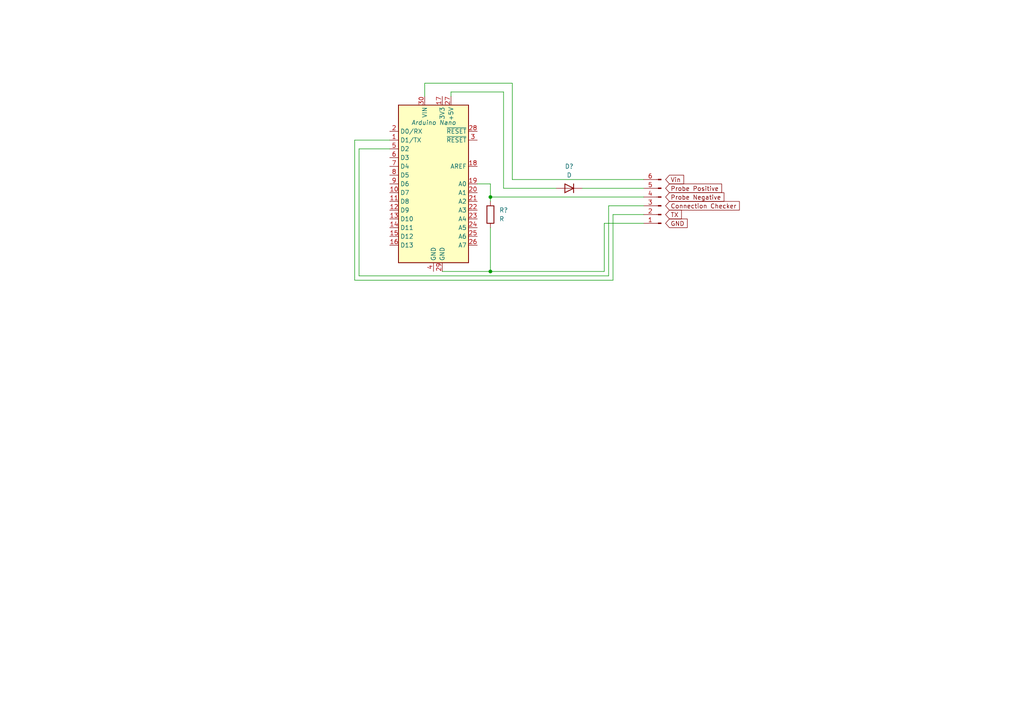
<source format=kicad_sch>
(kicad_sch (version 20211123) (generator eeschema)
  (paper "A4")
  (title_block (title "Ohm Meter Module") (date "2022-03-25") (company "Davor19") (comment 1 "Modo compatible module"))
  (lib_symbols
    (symbol "Connector:Conn_01x06_Male" (pin_names (offset 1.016) hide)
      (property "Reference" "J" (at 0 7.62 0))
      (property "Value" "Conn_01x06_Male" (at 0 -10.16 0))
      (symbol "Conn_01x06_Male_1_1"
        (polyline (pts (xy 1.27 -7.62) (xy 0.8636 -7.62)) (stroke (width 0.1524)))
        (polyline (pts (xy 1.27 -5.08) (xy 0.8636 -5.08)) (stroke (width 0.1524)))
        (polyline (pts (xy 1.27 -2.54) (xy 0.8636 -2.54)) (stroke (width 0.1524)))
        (polyline (pts (xy 1.27 0) (xy 0.8636 0)) (stroke (width 0.1524)))
        (polyline (pts (xy 1.27 2.54) (xy 0.8636 2.54)) (stroke (width 0.1524)))
        (polyline (pts (xy 1.27 5.08) (xy 0.8636 5.08)) (stroke (width 0.1524)))
        (rectangle (start 0.8636 -7.493) (end 0 -7.747) (stroke (width 0.1524)) (fill (type outline)))
        (rectangle (start 0.8636 -4.953) (end 0 -5.207) (stroke (width 0.1524)) (fill (type outline)))
        (rectangle (start 0.8636 -2.413) (end 0 -2.667) (stroke (width 0.1524)) (fill (type outline)))
        (rectangle (start 0.8636 0.127) (end 0 -0.127) (stroke (width 0.1524)) (fill (type outline)))
        (rectangle (start 0.8636 2.667) (end 0 2.413) (stroke (width 0.1524)) (fill (type outline)))
        (rectangle (start 0.8636 5.207) (end 0 4.953) (stroke (width 0.1524)) (fill (type outline)))
        (pin passive line (at 5.08 5.08 180) (length 3.81) (name "Pin_1") (number "1"))
        (pin passive line (at 5.08 2.54 180) (length 3.81) (name "Pin_2") (number "2"))
        (pin passive line (at 5.08 0 180) (length 3.81) (name "Pin_3") (number "3"))
        (pin passive line (at 5.08 -2.54 180) (length 3.81) (name "Pin_4") (number "4"))
        (pin passive line (at 5.08 -5.08 180) (length 3.81) (name "Pin_5") (number "5"))
        (pin passive line (at 5.08 -7.62 180) (length 3.81) (name "Pin_6") (number "6"))
      )
    )
    (symbol "Device:D" (pin_numbers hide) (pin_names (offset 1.016) hide)
      (property "Reference" "D" (at 0 2.54 0))
      (property "Value" "D" (at 0 -2.54 0))
      (symbol "D_0_1"
        (polyline (pts (xy -1.27 1.27) (xy -1.27 -1.27)) (stroke (width 0.254)))
        (polyline (pts (xy 1.27 0) (xy -1.27 0)))
        (polyline (pts (xy 1.27 1.27) (xy 1.27 -1.27) (xy -1.27 0) (xy 1.27 1.27)) (stroke (width 0.254)))
      )
      (symbol "D_1_1"
        (pin passive line (at -3.81 0 0) (length 2.54) (name "K") (number "1"))
        (pin passive line (at 3.81 0 180) (length 2.54) (name "A") (number "2"))
      )
    )
    (symbol "Device:R" (pin_numbers hide) (pin_names (offset 0))
      (property "Reference" "R" (at 2.032 0 90))
      (property "Value" "R" (at 0 0 90))
      (symbol "R_0_1"
        (rectangle (start -1.016 -2.54) (end 1.016 2.54) (stroke (width 0.254)))
      )
      (symbol "R_1_1"
        (pin passive line (at 0 3.81 270) (length 1.27) (name "~") (number "1"))
        (pin passive line (at 0 -3.81 90) (length 1.27) (name "~") (number "2"))
      )
    )
    (symbol "MCU_Module:Arduino_Nano_v3.x"
      (property "Reference" "A" (at -10.16 23.495 0))
      (property "Value" "Arduino_Nano_v3.x" (at 5.08 -24.13 0))
      (symbol "Arduino_Nano_v3.x_0_1"
        (rectangle (start -10.16 22.86) (end 10.16 -22.86) (stroke (width 0.254)) (fill (type background)))
      )
      (symbol "Arduino_Nano_v3.x_1_1"
        (pin bidirectional line (at -12.7 12.7 0) (length 2.54) (name "D1/TX") (number "1"))
        (pin bidirectional line (at -12.7 -2.54 0) (length 2.54) (name "D7") (number "10"))
        (pin bidirectional line (at -12.7 -5.08 0) (length 2.54) (name "D8") (number "11"))
        (pin bidirectional line (at -12.7 -7.62 0) (length 2.54) (name "D9") (number "12"))
        (pin bidirectional line (at -12.7 -10.16 0) (length 2.54) (name "D10") (number "13"))
        (pin bidirectional line (at -12.7 -12.7 0) (length 2.54) (name "D11") (number "14"))
        (pin bidirectional line (at -12.7 -15.24 0) (length 2.54) (name "D12") (number "15"))
        (pin bidirectional line (at -12.7 -17.78 0) (length 2.54) (name "D13") (number "16"))
        (pin power_out line (at 2.54 25.4 270) (length 2.54) (name "3V3") (number "17"))
        (pin input line (at 12.7 5.08 180) (length 2.54) (name "AREF") (number "18"))
        (pin bidirectional line (at 12.7 0 180) (length 2.54) (name "A0") (number "19"))
        (pin bidirectional line (at -12.7 15.24 0) (length 2.54) (name "D0/RX") (number "2"))
        (pin bidirectional line (at 12.7 -2.54 180) (length 2.54) (name "A1") (number "20"))
        (pin bidirectional line (at 12.7 -5.08 180) (length 2.54) (name "A2") (number "21"))
        (pin bidirectional line (at 12.7 -7.62 180) (length 2.54) (name "A3") (number "22"))
        (pin bidirectional line (at 12.7 -10.16 180) (length 2.54) (name "A4") (number "23"))
        (pin bidirectional line (at 12.7 -12.7 180) (length 2.54) (name "A5") (number "24"))
        (pin bidirectional line (at 12.7 -15.24 180) (length 2.54) (name "A6") (number "25"))
        (pin bidirectional line (at 12.7 -17.78 180) (length 2.54) (name "A7") (number "26"))
        (pin power_out line (at 5.08 25.4 270) (length 2.54) (name "+5V") (number "27"))
        (pin input line (at 12.7 15.24 180) (length 2.54) (name "~{RESET}") (number "28"))
        (pin power_in line (at 2.54 -25.4 90) (length 2.54) (name "GND") (number "29"))
        (pin input line (at 12.7 12.7 180) (length 2.54) (name "~{RESET}") (number "3"))
        (pin power_in line (at -2.54 25.4 270) (length 2.54) (name "VIN") (number "30"))
        (pin power_in line (at 0 -25.4 90) (length 2.54) (name "GND") (number "4"))
        (pin bidirectional line (at -12.7 10.16 0) (length 2.54) (name "D2") (number "5"))
        (pin bidirectional line (at -12.7 7.62 0) (length 2.54) (name "D3") (number "6"))
        (pin bidirectional line (at -12.7 5.08 0) (length 2.54) (name "D4") (number "7"))
        (pin bidirectional line (at -12.7 2.54 0) (length 2.54) (name "D5") (number "8"))
        (pin bidirectional line (at -12.7 0 0) (length 2.54) (name "D6") (number "9"))
      )
    )
  )
  (junction (at 142.24 57.15))
  (junction (at 142.24 78.74))
  (wire (pts (xy 186.69 64.77) (xy 175.26 64.77)))
  (wire (pts (xy 186.69 52.07) (xy 148.59 52.07)))
  (wire (pts (xy 142.24 78.74) (xy 128.27 78.74)))
  (wire (pts (xy 102.87 40.64) (xy 102.87 81.28)))
  (wire (pts (xy 102.87 81.28) (xy 177.8 81.28)))
  (wire (pts (xy 146.05 54.61) (xy 146.05 26.67)))
  (wire (pts (xy 176.53 59.69) (xy 186.69 59.69)))
  (wire (pts (xy 142.24 57.15) (xy 142.24 58.42)))
  (wire (pts (xy 138.43 53.34) (xy 142.24 53.34)))
  (wire (pts (xy 104.14 43.18) (xy 104.14 80.01)))
  (wire (pts (xy 142.24 57.15) (xy 186.69 57.15)))
  (wire (pts (xy 177.8 62.23) (xy 186.69 62.23)))
  (wire (pts (xy 123.19 24.13) (xy 123.19 27.94)))
  (wire (pts (xy 130.81 26.67) (xy 130.81 27.94)))
  (wire (pts (xy 146.05 26.67) (xy 130.81 26.67)))
  (wire (pts (xy 142.24 66.04) (xy 142.24 78.74)))
  (wire (pts (xy 186.69 54.61) (xy 168.91 54.61)))
  (wire (pts (xy 176.53 80.01) (xy 176.53 59.69)))
  (wire (pts (xy 142.24 53.34) (xy 142.24 57.15)))
  (wire (pts (xy 104.14 80.01) (xy 176.53 80.01)))
  (wire (pts (xy 148.59 52.07) (xy 148.59 24.13)))
  (wire (pts (xy 113.03 40.64) (xy 102.87 40.64)))
  (wire (pts (xy 148.59 24.13) (xy 123.19 24.13)))
  (wire (pts (xy 161.29 54.61) (xy 146.05 54.61)))
  (wire (pts (xy 113.03 43.18) (xy 104.14 43.18)))
  (wire (pts (xy 175.26 78.74) (xy 142.24 78.74)))
  (wire (pts (xy 177.8 81.28) (xy 177.8 62.23)))
  (wire (pts (xy 175.26 64.77) (xy 175.26 78.74)))
  (global_label "Vin" (shape input) (at 193.04 52.07 0) (property "Intersheet References" "${INTERSHEET_REFS}" (effects hide)))
  (global_label "Probe Positive" (shape input) (at 193.04 54.61 0) (property "Intersheet References" "${INTERSHEET_REFS}" (effects hide)))
  (global_label "Connection Checker" (shape input) (at 193.04 59.69 0) (property "Intersheet References" "${INTERSHEET_REFS}" (effects hide)))
  (global_label "Probe Negative" (shape input) (at 193.04 57.15 0) (property "Intersheet References" "${INTERSHEET_REFS}" (effects hide)))
  (global_label "TX" (shape input) (at 193.04 62.23 0) (property "Intersheet References" "${INTERSHEET_REFS}" (effects hide)))
  (global_label "GND" (shape input) (at 193.04 64.77 0) (property "Intersheet References" "${INTERSHEET_REFS}" (effects hide)))
  (symbol (lib_id "Connector:Conn_01x06_Male") (at 191.77 59.69 180) (unit 1)
    (property "Reference" "J?" (effects hide))
    (property "Value" "x" (effects hide))
  )
  (symbol (lib_id "Device:R") (at 142.24 62.23 0) (unit 1)
    (property "Reference" "R?" (at 144.78 60.9599 0) (effects (justify left)))
    (property "Value" "R" (at 144.78 63.4999 0) (effects (justify left)))
  )
  (symbol (lib_id "MCU_Module:Arduino_Nano_v3.x") (at 125.73 53.34 0) (unit 1)
    (property "Reference" "A?" (effects hide))
    (property "Value" "Arduino Nano" (at 125.73 35.56 0) (effects (font italic)))
    (property "Footprint" "Module:Arduino_Nano" (effects hide))
    (property "Datasheet" "http://www.mouser.com/pdfdocs/Gravitech_Arduino_Nano3_0.pdf" (effects hide))
  )
  (symbol (lib_id "Device:D") (at 165.1 54.61 180) (unit 1)
    (property "Reference" "D?" (at 165.1 48.26 0))
    (property "Value" "D" (at 165.1 50.8 0))
  )
)
</source>
